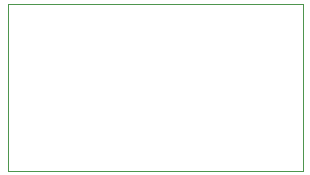
<source format=gbr>
G04 #@! TF.GenerationSoftware,KiCad,Pcbnew,5.1.5+dfsg1-2build2*
G04 #@! TF.CreationDate,2022-07-25T22:48:39-05:00*
G04 #@! TF.ProjectId,usb-c-data-panel,7573622d-632d-4646-9174-612d70616e65,rev?*
G04 #@! TF.SameCoordinates,Original*
G04 #@! TF.FileFunction,Profile,NP*
%FSLAX46Y46*%
G04 Gerber Fmt 4.6, Leading zero omitted, Abs format (unit mm)*
G04 Created by KiCad (PCBNEW 5.1.5+dfsg1-2build2) date 2022-07-25 22:48:39*
%MOMM*%
%LPD*%
G04 APERTURE LIST*
%ADD10C,0.050000*%
G04 APERTURE END LIST*
D10*
X125000000Y-100000000D02*
X125000000Y-114100000D01*
X100000000Y-100000000D02*
X100000000Y-114100000D01*
X100000000Y-114100000D02*
X125000000Y-114100000D01*
X100000000Y-100000000D02*
X125000000Y-100000000D01*
M02*

</source>
